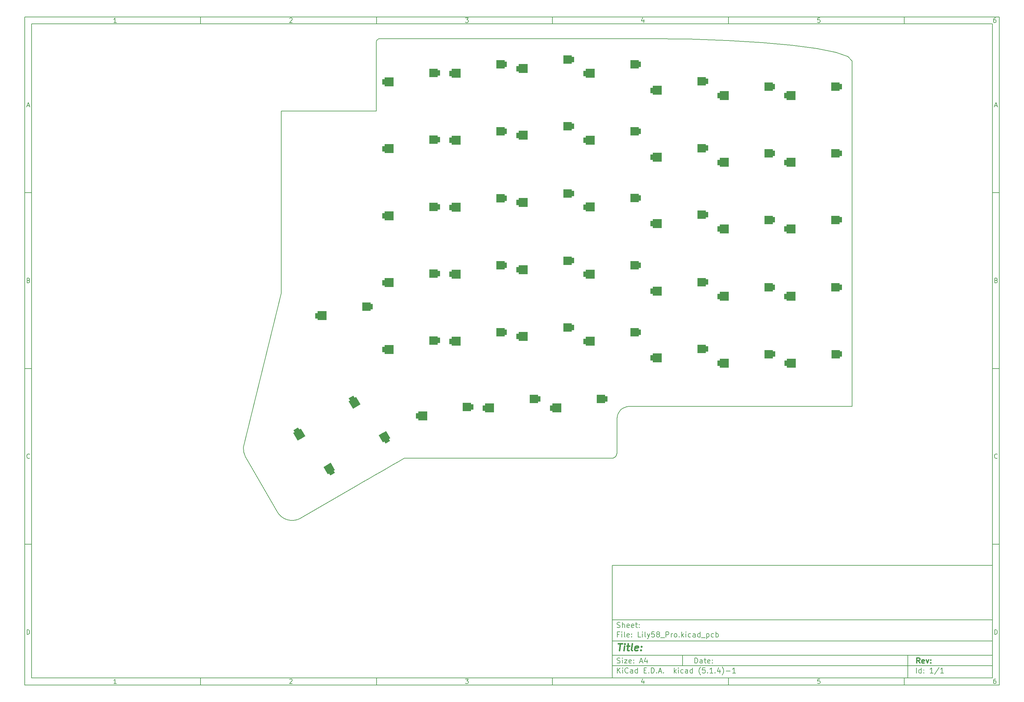
<source format=gbp>
G04 #@! TF.GenerationSoftware,KiCad,Pcbnew,(5.1.4)-1*
G04 #@! TF.CreationDate,2020-11-12T20:18:54+01:00*
G04 #@! TF.ProjectId,Lily58_Pro,4c696c79-3538-45f5-9072-6f2e6b696361,rev?*
G04 #@! TF.SameCoordinates,Original*
G04 #@! TF.FileFunction,Paste,Bot*
G04 #@! TF.FilePolarity,Positive*
%FSLAX46Y46*%
G04 Gerber Fmt 4.6, Leading zero omitted, Abs format (unit mm)*
G04 Created by KiCad (PCBNEW (5.1.4)-1) date 2020-11-12 20:18:54*
%MOMM*%
%LPD*%
G04 APERTURE LIST*
%ADD10C,0.100000*%
%ADD11C,0.150000*%
%ADD12C,0.300000*%
%ADD13C,0.400000*%
%ADD14C,0.200000*%
%ADD15C,2.400000*%
%ADD16C,2.500000*%
%ADD17C,0.700000*%
%ADD18R,2.400000X2.400000*%
%ADD19R,2.500000X2.500000*%
%ADD20R,0.700000X1.500000*%
G04 APERTURE END LIST*
D10*
D11*
X177002200Y-166007200D02*
X177002200Y-198007200D01*
X285002200Y-198007200D01*
X285002200Y-166007200D01*
X177002200Y-166007200D01*
D10*
D11*
X10000000Y-10000000D02*
X10000000Y-200007200D01*
X287002200Y-200007200D01*
X287002200Y-10000000D01*
X10000000Y-10000000D01*
D10*
D11*
X12000000Y-12000000D02*
X12000000Y-198007200D01*
X285002200Y-198007200D01*
X285002200Y-12000000D01*
X12000000Y-12000000D01*
D10*
D11*
X60000000Y-12000000D02*
X60000000Y-10000000D01*
D10*
D11*
X110000000Y-12000000D02*
X110000000Y-10000000D01*
D10*
D11*
X160000000Y-12000000D02*
X160000000Y-10000000D01*
D10*
D11*
X210000000Y-12000000D02*
X210000000Y-10000000D01*
D10*
D11*
X260000000Y-12000000D02*
X260000000Y-10000000D01*
D10*
D11*
X36065476Y-11588095D02*
X35322619Y-11588095D01*
X35694047Y-11588095D02*
X35694047Y-10288095D01*
X35570238Y-10473809D01*
X35446428Y-10597619D01*
X35322619Y-10659523D01*
D10*
D11*
X85322619Y-10411904D02*
X85384523Y-10350000D01*
X85508333Y-10288095D01*
X85817857Y-10288095D01*
X85941666Y-10350000D01*
X86003571Y-10411904D01*
X86065476Y-10535714D01*
X86065476Y-10659523D01*
X86003571Y-10845238D01*
X85260714Y-11588095D01*
X86065476Y-11588095D01*
D10*
D11*
X135260714Y-10288095D02*
X136065476Y-10288095D01*
X135632142Y-10783333D01*
X135817857Y-10783333D01*
X135941666Y-10845238D01*
X136003571Y-10907142D01*
X136065476Y-11030952D01*
X136065476Y-11340476D01*
X136003571Y-11464285D01*
X135941666Y-11526190D01*
X135817857Y-11588095D01*
X135446428Y-11588095D01*
X135322619Y-11526190D01*
X135260714Y-11464285D01*
D10*
D11*
X185941666Y-10721428D02*
X185941666Y-11588095D01*
X185632142Y-10226190D02*
X185322619Y-11154761D01*
X186127380Y-11154761D01*
D10*
D11*
X236003571Y-10288095D02*
X235384523Y-10288095D01*
X235322619Y-10907142D01*
X235384523Y-10845238D01*
X235508333Y-10783333D01*
X235817857Y-10783333D01*
X235941666Y-10845238D01*
X236003571Y-10907142D01*
X236065476Y-11030952D01*
X236065476Y-11340476D01*
X236003571Y-11464285D01*
X235941666Y-11526190D01*
X235817857Y-11588095D01*
X235508333Y-11588095D01*
X235384523Y-11526190D01*
X235322619Y-11464285D01*
D10*
D11*
X285941666Y-10288095D02*
X285694047Y-10288095D01*
X285570238Y-10350000D01*
X285508333Y-10411904D01*
X285384523Y-10597619D01*
X285322619Y-10845238D01*
X285322619Y-11340476D01*
X285384523Y-11464285D01*
X285446428Y-11526190D01*
X285570238Y-11588095D01*
X285817857Y-11588095D01*
X285941666Y-11526190D01*
X286003571Y-11464285D01*
X286065476Y-11340476D01*
X286065476Y-11030952D01*
X286003571Y-10907142D01*
X285941666Y-10845238D01*
X285817857Y-10783333D01*
X285570238Y-10783333D01*
X285446428Y-10845238D01*
X285384523Y-10907142D01*
X285322619Y-11030952D01*
D10*
D11*
X60000000Y-198007200D02*
X60000000Y-200007200D01*
D10*
D11*
X110000000Y-198007200D02*
X110000000Y-200007200D01*
D10*
D11*
X160000000Y-198007200D02*
X160000000Y-200007200D01*
D10*
D11*
X210000000Y-198007200D02*
X210000000Y-200007200D01*
D10*
D11*
X260000000Y-198007200D02*
X260000000Y-200007200D01*
D10*
D11*
X36065476Y-199595295D02*
X35322619Y-199595295D01*
X35694047Y-199595295D02*
X35694047Y-198295295D01*
X35570238Y-198481009D01*
X35446428Y-198604819D01*
X35322619Y-198666723D01*
D10*
D11*
X85322619Y-198419104D02*
X85384523Y-198357200D01*
X85508333Y-198295295D01*
X85817857Y-198295295D01*
X85941666Y-198357200D01*
X86003571Y-198419104D01*
X86065476Y-198542914D01*
X86065476Y-198666723D01*
X86003571Y-198852438D01*
X85260714Y-199595295D01*
X86065476Y-199595295D01*
D10*
D11*
X135260714Y-198295295D02*
X136065476Y-198295295D01*
X135632142Y-198790533D01*
X135817857Y-198790533D01*
X135941666Y-198852438D01*
X136003571Y-198914342D01*
X136065476Y-199038152D01*
X136065476Y-199347676D01*
X136003571Y-199471485D01*
X135941666Y-199533390D01*
X135817857Y-199595295D01*
X135446428Y-199595295D01*
X135322619Y-199533390D01*
X135260714Y-199471485D01*
D10*
D11*
X185941666Y-198728628D02*
X185941666Y-199595295D01*
X185632142Y-198233390D02*
X185322619Y-199161961D01*
X186127380Y-199161961D01*
D10*
D11*
X236003571Y-198295295D02*
X235384523Y-198295295D01*
X235322619Y-198914342D01*
X235384523Y-198852438D01*
X235508333Y-198790533D01*
X235817857Y-198790533D01*
X235941666Y-198852438D01*
X236003571Y-198914342D01*
X236065476Y-199038152D01*
X236065476Y-199347676D01*
X236003571Y-199471485D01*
X235941666Y-199533390D01*
X235817857Y-199595295D01*
X235508333Y-199595295D01*
X235384523Y-199533390D01*
X235322619Y-199471485D01*
D10*
D11*
X285941666Y-198295295D02*
X285694047Y-198295295D01*
X285570238Y-198357200D01*
X285508333Y-198419104D01*
X285384523Y-198604819D01*
X285322619Y-198852438D01*
X285322619Y-199347676D01*
X285384523Y-199471485D01*
X285446428Y-199533390D01*
X285570238Y-199595295D01*
X285817857Y-199595295D01*
X285941666Y-199533390D01*
X286003571Y-199471485D01*
X286065476Y-199347676D01*
X286065476Y-199038152D01*
X286003571Y-198914342D01*
X285941666Y-198852438D01*
X285817857Y-198790533D01*
X285570238Y-198790533D01*
X285446428Y-198852438D01*
X285384523Y-198914342D01*
X285322619Y-199038152D01*
D10*
D11*
X10000000Y-60000000D02*
X12000000Y-60000000D01*
D10*
D11*
X10000000Y-110000000D02*
X12000000Y-110000000D01*
D10*
D11*
X10000000Y-160000000D02*
X12000000Y-160000000D01*
D10*
D11*
X10690476Y-35216666D02*
X11309523Y-35216666D01*
X10566666Y-35588095D02*
X11000000Y-34288095D01*
X11433333Y-35588095D01*
D10*
D11*
X11092857Y-84907142D02*
X11278571Y-84969047D01*
X11340476Y-85030952D01*
X11402380Y-85154761D01*
X11402380Y-85340476D01*
X11340476Y-85464285D01*
X11278571Y-85526190D01*
X11154761Y-85588095D01*
X10659523Y-85588095D01*
X10659523Y-84288095D01*
X11092857Y-84288095D01*
X11216666Y-84350000D01*
X11278571Y-84411904D01*
X11340476Y-84535714D01*
X11340476Y-84659523D01*
X11278571Y-84783333D01*
X11216666Y-84845238D01*
X11092857Y-84907142D01*
X10659523Y-84907142D01*
D10*
D11*
X11402380Y-135464285D02*
X11340476Y-135526190D01*
X11154761Y-135588095D01*
X11030952Y-135588095D01*
X10845238Y-135526190D01*
X10721428Y-135402380D01*
X10659523Y-135278571D01*
X10597619Y-135030952D01*
X10597619Y-134845238D01*
X10659523Y-134597619D01*
X10721428Y-134473809D01*
X10845238Y-134350000D01*
X11030952Y-134288095D01*
X11154761Y-134288095D01*
X11340476Y-134350000D01*
X11402380Y-134411904D01*
D10*
D11*
X10659523Y-185588095D02*
X10659523Y-184288095D01*
X10969047Y-184288095D01*
X11154761Y-184350000D01*
X11278571Y-184473809D01*
X11340476Y-184597619D01*
X11402380Y-184845238D01*
X11402380Y-185030952D01*
X11340476Y-185278571D01*
X11278571Y-185402380D01*
X11154761Y-185526190D01*
X10969047Y-185588095D01*
X10659523Y-185588095D01*
D10*
D11*
X287002200Y-60000000D02*
X285002200Y-60000000D01*
D10*
D11*
X287002200Y-110000000D02*
X285002200Y-110000000D01*
D10*
D11*
X287002200Y-160000000D02*
X285002200Y-160000000D01*
D10*
D11*
X285692676Y-35216666D02*
X286311723Y-35216666D01*
X285568866Y-35588095D02*
X286002200Y-34288095D01*
X286435533Y-35588095D01*
D10*
D11*
X286095057Y-84907142D02*
X286280771Y-84969047D01*
X286342676Y-85030952D01*
X286404580Y-85154761D01*
X286404580Y-85340476D01*
X286342676Y-85464285D01*
X286280771Y-85526190D01*
X286156961Y-85588095D01*
X285661723Y-85588095D01*
X285661723Y-84288095D01*
X286095057Y-84288095D01*
X286218866Y-84350000D01*
X286280771Y-84411904D01*
X286342676Y-84535714D01*
X286342676Y-84659523D01*
X286280771Y-84783333D01*
X286218866Y-84845238D01*
X286095057Y-84907142D01*
X285661723Y-84907142D01*
D10*
D11*
X286404580Y-135464285D02*
X286342676Y-135526190D01*
X286156961Y-135588095D01*
X286033152Y-135588095D01*
X285847438Y-135526190D01*
X285723628Y-135402380D01*
X285661723Y-135278571D01*
X285599819Y-135030952D01*
X285599819Y-134845238D01*
X285661723Y-134597619D01*
X285723628Y-134473809D01*
X285847438Y-134350000D01*
X286033152Y-134288095D01*
X286156961Y-134288095D01*
X286342676Y-134350000D01*
X286404580Y-134411904D01*
D10*
D11*
X285661723Y-185588095D02*
X285661723Y-184288095D01*
X285971247Y-184288095D01*
X286156961Y-184350000D01*
X286280771Y-184473809D01*
X286342676Y-184597619D01*
X286404580Y-184845238D01*
X286404580Y-185030952D01*
X286342676Y-185278571D01*
X286280771Y-185402380D01*
X286156961Y-185526190D01*
X285971247Y-185588095D01*
X285661723Y-185588095D01*
D10*
D11*
X200434342Y-193785771D02*
X200434342Y-192285771D01*
X200791485Y-192285771D01*
X201005771Y-192357200D01*
X201148628Y-192500057D01*
X201220057Y-192642914D01*
X201291485Y-192928628D01*
X201291485Y-193142914D01*
X201220057Y-193428628D01*
X201148628Y-193571485D01*
X201005771Y-193714342D01*
X200791485Y-193785771D01*
X200434342Y-193785771D01*
X202577200Y-193785771D02*
X202577200Y-193000057D01*
X202505771Y-192857200D01*
X202362914Y-192785771D01*
X202077200Y-192785771D01*
X201934342Y-192857200D01*
X202577200Y-193714342D02*
X202434342Y-193785771D01*
X202077200Y-193785771D01*
X201934342Y-193714342D01*
X201862914Y-193571485D01*
X201862914Y-193428628D01*
X201934342Y-193285771D01*
X202077200Y-193214342D01*
X202434342Y-193214342D01*
X202577200Y-193142914D01*
X203077200Y-192785771D02*
X203648628Y-192785771D01*
X203291485Y-192285771D02*
X203291485Y-193571485D01*
X203362914Y-193714342D01*
X203505771Y-193785771D01*
X203648628Y-193785771D01*
X204720057Y-193714342D02*
X204577200Y-193785771D01*
X204291485Y-193785771D01*
X204148628Y-193714342D01*
X204077200Y-193571485D01*
X204077200Y-193000057D01*
X204148628Y-192857200D01*
X204291485Y-192785771D01*
X204577200Y-192785771D01*
X204720057Y-192857200D01*
X204791485Y-193000057D01*
X204791485Y-193142914D01*
X204077200Y-193285771D01*
X205434342Y-193642914D02*
X205505771Y-193714342D01*
X205434342Y-193785771D01*
X205362914Y-193714342D01*
X205434342Y-193642914D01*
X205434342Y-193785771D01*
X205434342Y-192857200D02*
X205505771Y-192928628D01*
X205434342Y-193000057D01*
X205362914Y-192928628D01*
X205434342Y-192857200D01*
X205434342Y-193000057D01*
D10*
D11*
X177002200Y-194507200D02*
X285002200Y-194507200D01*
D10*
D11*
X178434342Y-196585771D02*
X178434342Y-195085771D01*
X179291485Y-196585771D02*
X178648628Y-195728628D01*
X179291485Y-195085771D02*
X178434342Y-195942914D01*
X179934342Y-196585771D02*
X179934342Y-195585771D01*
X179934342Y-195085771D02*
X179862914Y-195157200D01*
X179934342Y-195228628D01*
X180005771Y-195157200D01*
X179934342Y-195085771D01*
X179934342Y-195228628D01*
X181505771Y-196442914D02*
X181434342Y-196514342D01*
X181220057Y-196585771D01*
X181077200Y-196585771D01*
X180862914Y-196514342D01*
X180720057Y-196371485D01*
X180648628Y-196228628D01*
X180577200Y-195942914D01*
X180577200Y-195728628D01*
X180648628Y-195442914D01*
X180720057Y-195300057D01*
X180862914Y-195157200D01*
X181077200Y-195085771D01*
X181220057Y-195085771D01*
X181434342Y-195157200D01*
X181505771Y-195228628D01*
X182791485Y-196585771D02*
X182791485Y-195800057D01*
X182720057Y-195657200D01*
X182577200Y-195585771D01*
X182291485Y-195585771D01*
X182148628Y-195657200D01*
X182791485Y-196514342D02*
X182648628Y-196585771D01*
X182291485Y-196585771D01*
X182148628Y-196514342D01*
X182077200Y-196371485D01*
X182077200Y-196228628D01*
X182148628Y-196085771D01*
X182291485Y-196014342D01*
X182648628Y-196014342D01*
X182791485Y-195942914D01*
X184148628Y-196585771D02*
X184148628Y-195085771D01*
X184148628Y-196514342D02*
X184005771Y-196585771D01*
X183720057Y-196585771D01*
X183577200Y-196514342D01*
X183505771Y-196442914D01*
X183434342Y-196300057D01*
X183434342Y-195871485D01*
X183505771Y-195728628D01*
X183577200Y-195657200D01*
X183720057Y-195585771D01*
X184005771Y-195585771D01*
X184148628Y-195657200D01*
X186005771Y-195800057D02*
X186505771Y-195800057D01*
X186720057Y-196585771D02*
X186005771Y-196585771D01*
X186005771Y-195085771D01*
X186720057Y-195085771D01*
X187362914Y-196442914D02*
X187434342Y-196514342D01*
X187362914Y-196585771D01*
X187291485Y-196514342D01*
X187362914Y-196442914D01*
X187362914Y-196585771D01*
X188077200Y-196585771D02*
X188077200Y-195085771D01*
X188434342Y-195085771D01*
X188648628Y-195157200D01*
X188791485Y-195300057D01*
X188862914Y-195442914D01*
X188934342Y-195728628D01*
X188934342Y-195942914D01*
X188862914Y-196228628D01*
X188791485Y-196371485D01*
X188648628Y-196514342D01*
X188434342Y-196585771D01*
X188077200Y-196585771D01*
X189577200Y-196442914D02*
X189648628Y-196514342D01*
X189577200Y-196585771D01*
X189505771Y-196514342D01*
X189577200Y-196442914D01*
X189577200Y-196585771D01*
X190220057Y-196157200D02*
X190934342Y-196157200D01*
X190077200Y-196585771D02*
X190577200Y-195085771D01*
X191077200Y-196585771D01*
X191577200Y-196442914D02*
X191648628Y-196514342D01*
X191577200Y-196585771D01*
X191505771Y-196514342D01*
X191577200Y-196442914D01*
X191577200Y-196585771D01*
X194577200Y-196585771D02*
X194577200Y-195085771D01*
X194720057Y-196014342D02*
X195148628Y-196585771D01*
X195148628Y-195585771D02*
X194577200Y-196157200D01*
X195791485Y-196585771D02*
X195791485Y-195585771D01*
X195791485Y-195085771D02*
X195720057Y-195157200D01*
X195791485Y-195228628D01*
X195862914Y-195157200D01*
X195791485Y-195085771D01*
X195791485Y-195228628D01*
X197148628Y-196514342D02*
X197005771Y-196585771D01*
X196720057Y-196585771D01*
X196577200Y-196514342D01*
X196505771Y-196442914D01*
X196434342Y-196300057D01*
X196434342Y-195871485D01*
X196505771Y-195728628D01*
X196577200Y-195657200D01*
X196720057Y-195585771D01*
X197005771Y-195585771D01*
X197148628Y-195657200D01*
X198434342Y-196585771D02*
X198434342Y-195800057D01*
X198362914Y-195657200D01*
X198220057Y-195585771D01*
X197934342Y-195585771D01*
X197791485Y-195657200D01*
X198434342Y-196514342D02*
X198291485Y-196585771D01*
X197934342Y-196585771D01*
X197791485Y-196514342D01*
X197720057Y-196371485D01*
X197720057Y-196228628D01*
X197791485Y-196085771D01*
X197934342Y-196014342D01*
X198291485Y-196014342D01*
X198434342Y-195942914D01*
X199791485Y-196585771D02*
X199791485Y-195085771D01*
X199791485Y-196514342D02*
X199648628Y-196585771D01*
X199362914Y-196585771D01*
X199220057Y-196514342D01*
X199148628Y-196442914D01*
X199077200Y-196300057D01*
X199077200Y-195871485D01*
X199148628Y-195728628D01*
X199220057Y-195657200D01*
X199362914Y-195585771D01*
X199648628Y-195585771D01*
X199791485Y-195657200D01*
X202077200Y-197157200D02*
X202005771Y-197085771D01*
X201862914Y-196871485D01*
X201791485Y-196728628D01*
X201720057Y-196514342D01*
X201648628Y-196157200D01*
X201648628Y-195871485D01*
X201720057Y-195514342D01*
X201791485Y-195300057D01*
X201862914Y-195157200D01*
X202005771Y-194942914D01*
X202077200Y-194871485D01*
X203362914Y-195085771D02*
X202648628Y-195085771D01*
X202577200Y-195800057D01*
X202648628Y-195728628D01*
X202791485Y-195657200D01*
X203148628Y-195657200D01*
X203291485Y-195728628D01*
X203362914Y-195800057D01*
X203434342Y-195942914D01*
X203434342Y-196300057D01*
X203362914Y-196442914D01*
X203291485Y-196514342D01*
X203148628Y-196585771D01*
X202791485Y-196585771D01*
X202648628Y-196514342D01*
X202577200Y-196442914D01*
X204077200Y-196442914D02*
X204148628Y-196514342D01*
X204077200Y-196585771D01*
X204005771Y-196514342D01*
X204077200Y-196442914D01*
X204077200Y-196585771D01*
X205577200Y-196585771D02*
X204720057Y-196585771D01*
X205148628Y-196585771D02*
X205148628Y-195085771D01*
X205005771Y-195300057D01*
X204862914Y-195442914D01*
X204720057Y-195514342D01*
X206220057Y-196442914D02*
X206291485Y-196514342D01*
X206220057Y-196585771D01*
X206148628Y-196514342D01*
X206220057Y-196442914D01*
X206220057Y-196585771D01*
X207577200Y-195585771D02*
X207577200Y-196585771D01*
X207220057Y-195014342D02*
X206862914Y-196085771D01*
X207791485Y-196085771D01*
X208220057Y-197157200D02*
X208291485Y-197085771D01*
X208434342Y-196871485D01*
X208505771Y-196728628D01*
X208577200Y-196514342D01*
X208648628Y-196157200D01*
X208648628Y-195871485D01*
X208577200Y-195514342D01*
X208505771Y-195300057D01*
X208434342Y-195157200D01*
X208291485Y-194942914D01*
X208220057Y-194871485D01*
X209362914Y-196014342D02*
X210505771Y-196014342D01*
X212005771Y-196585771D02*
X211148628Y-196585771D01*
X211577200Y-196585771D02*
X211577200Y-195085771D01*
X211434342Y-195300057D01*
X211291485Y-195442914D01*
X211148628Y-195514342D01*
D10*
D11*
X177002200Y-191507200D02*
X285002200Y-191507200D01*
D10*
D12*
X264411485Y-193785771D02*
X263911485Y-193071485D01*
X263554342Y-193785771D02*
X263554342Y-192285771D01*
X264125771Y-192285771D01*
X264268628Y-192357200D01*
X264340057Y-192428628D01*
X264411485Y-192571485D01*
X264411485Y-192785771D01*
X264340057Y-192928628D01*
X264268628Y-193000057D01*
X264125771Y-193071485D01*
X263554342Y-193071485D01*
X265625771Y-193714342D02*
X265482914Y-193785771D01*
X265197200Y-193785771D01*
X265054342Y-193714342D01*
X264982914Y-193571485D01*
X264982914Y-193000057D01*
X265054342Y-192857200D01*
X265197200Y-192785771D01*
X265482914Y-192785771D01*
X265625771Y-192857200D01*
X265697200Y-193000057D01*
X265697200Y-193142914D01*
X264982914Y-193285771D01*
X266197200Y-192785771D02*
X266554342Y-193785771D01*
X266911485Y-192785771D01*
X267482914Y-193642914D02*
X267554342Y-193714342D01*
X267482914Y-193785771D01*
X267411485Y-193714342D01*
X267482914Y-193642914D01*
X267482914Y-193785771D01*
X267482914Y-192857200D02*
X267554342Y-192928628D01*
X267482914Y-193000057D01*
X267411485Y-192928628D01*
X267482914Y-192857200D01*
X267482914Y-193000057D01*
D10*
D11*
X178362914Y-193714342D02*
X178577200Y-193785771D01*
X178934342Y-193785771D01*
X179077200Y-193714342D01*
X179148628Y-193642914D01*
X179220057Y-193500057D01*
X179220057Y-193357200D01*
X179148628Y-193214342D01*
X179077200Y-193142914D01*
X178934342Y-193071485D01*
X178648628Y-193000057D01*
X178505771Y-192928628D01*
X178434342Y-192857200D01*
X178362914Y-192714342D01*
X178362914Y-192571485D01*
X178434342Y-192428628D01*
X178505771Y-192357200D01*
X178648628Y-192285771D01*
X179005771Y-192285771D01*
X179220057Y-192357200D01*
X179862914Y-193785771D02*
X179862914Y-192785771D01*
X179862914Y-192285771D02*
X179791485Y-192357200D01*
X179862914Y-192428628D01*
X179934342Y-192357200D01*
X179862914Y-192285771D01*
X179862914Y-192428628D01*
X180434342Y-192785771D02*
X181220057Y-192785771D01*
X180434342Y-193785771D01*
X181220057Y-193785771D01*
X182362914Y-193714342D02*
X182220057Y-193785771D01*
X181934342Y-193785771D01*
X181791485Y-193714342D01*
X181720057Y-193571485D01*
X181720057Y-193000057D01*
X181791485Y-192857200D01*
X181934342Y-192785771D01*
X182220057Y-192785771D01*
X182362914Y-192857200D01*
X182434342Y-193000057D01*
X182434342Y-193142914D01*
X181720057Y-193285771D01*
X183077200Y-193642914D02*
X183148628Y-193714342D01*
X183077200Y-193785771D01*
X183005771Y-193714342D01*
X183077200Y-193642914D01*
X183077200Y-193785771D01*
X183077200Y-192857200D02*
X183148628Y-192928628D01*
X183077200Y-193000057D01*
X183005771Y-192928628D01*
X183077200Y-192857200D01*
X183077200Y-193000057D01*
X184862914Y-193357200D02*
X185577200Y-193357200D01*
X184720057Y-193785771D02*
X185220057Y-192285771D01*
X185720057Y-193785771D01*
X186862914Y-192785771D02*
X186862914Y-193785771D01*
X186505771Y-192214342D02*
X186148628Y-193285771D01*
X187077200Y-193285771D01*
D10*
D11*
X263434342Y-196585771D02*
X263434342Y-195085771D01*
X264791485Y-196585771D02*
X264791485Y-195085771D01*
X264791485Y-196514342D02*
X264648628Y-196585771D01*
X264362914Y-196585771D01*
X264220057Y-196514342D01*
X264148628Y-196442914D01*
X264077200Y-196300057D01*
X264077200Y-195871485D01*
X264148628Y-195728628D01*
X264220057Y-195657200D01*
X264362914Y-195585771D01*
X264648628Y-195585771D01*
X264791485Y-195657200D01*
X265505771Y-196442914D02*
X265577200Y-196514342D01*
X265505771Y-196585771D01*
X265434342Y-196514342D01*
X265505771Y-196442914D01*
X265505771Y-196585771D01*
X265505771Y-195657200D02*
X265577200Y-195728628D01*
X265505771Y-195800057D01*
X265434342Y-195728628D01*
X265505771Y-195657200D01*
X265505771Y-195800057D01*
X268148628Y-196585771D02*
X267291485Y-196585771D01*
X267720057Y-196585771D02*
X267720057Y-195085771D01*
X267577200Y-195300057D01*
X267434342Y-195442914D01*
X267291485Y-195514342D01*
X269862914Y-195014342D02*
X268577200Y-196942914D01*
X271148628Y-196585771D02*
X270291485Y-196585771D01*
X270720057Y-196585771D02*
X270720057Y-195085771D01*
X270577200Y-195300057D01*
X270434342Y-195442914D01*
X270291485Y-195514342D01*
D10*
D11*
X177002200Y-187507200D02*
X285002200Y-187507200D01*
D10*
D13*
X178714580Y-188211961D02*
X179857438Y-188211961D01*
X179036009Y-190211961D02*
X179286009Y-188211961D01*
X180274104Y-190211961D02*
X180440771Y-188878628D01*
X180524104Y-188211961D02*
X180416961Y-188307200D01*
X180500295Y-188402438D01*
X180607438Y-188307200D01*
X180524104Y-188211961D01*
X180500295Y-188402438D01*
X181107438Y-188878628D02*
X181869342Y-188878628D01*
X181476485Y-188211961D02*
X181262200Y-189926247D01*
X181333628Y-190116723D01*
X181512200Y-190211961D01*
X181702676Y-190211961D01*
X182655057Y-190211961D02*
X182476485Y-190116723D01*
X182405057Y-189926247D01*
X182619342Y-188211961D01*
X184190771Y-190116723D02*
X183988390Y-190211961D01*
X183607438Y-190211961D01*
X183428866Y-190116723D01*
X183357438Y-189926247D01*
X183452676Y-189164342D01*
X183571723Y-188973866D01*
X183774104Y-188878628D01*
X184155057Y-188878628D01*
X184333628Y-188973866D01*
X184405057Y-189164342D01*
X184381247Y-189354819D01*
X183405057Y-189545295D01*
X185155057Y-190021485D02*
X185238390Y-190116723D01*
X185131247Y-190211961D01*
X185047914Y-190116723D01*
X185155057Y-190021485D01*
X185131247Y-190211961D01*
X185286009Y-188973866D02*
X185369342Y-189069104D01*
X185262200Y-189164342D01*
X185178866Y-189069104D01*
X185286009Y-188973866D01*
X185262200Y-189164342D01*
D10*
D11*
X178934342Y-185600057D02*
X178434342Y-185600057D01*
X178434342Y-186385771D02*
X178434342Y-184885771D01*
X179148628Y-184885771D01*
X179720057Y-186385771D02*
X179720057Y-185385771D01*
X179720057Y-184885771D02*
X179648628Y-184957200D01*
X179720057Y-185028628D01*
X179791485Y-184957200D01*
X179720057Y-184885771D01*
X179720057Y-185028628D01*
X180648628Y-186385771D02*
X180505771Y-186314342D01*
X180434342Y-186171485D01*
X180434342Y-184885771D01*
X181791485Y-186314342D02*
X181648628Y-186385771D01*
X181362914Y-186385771D01*
X181220057Y-186314342D01*
X181148628Y-186171485D01*
X181148628Y-185600057D01*
X181220057Y-185457200D01*
X181362914Y-185385771D01*
X181648628Y-185385771D01*
X181791485Y-185457200D01*
X181862914Y-185600057D01*
X181862914Y-185742914D01*
X181148628Y-185885771D01*
X182505771Y-186242914D02*
X182577200Y-186314342D01*
X182505771Y-186385771D01*
X182434342Y-186314342D01*
X182505771Y-186242914D01*
X182505771Y-186385771D01*
X182505771Y-185457200D02*
X182577200Y-185528628D01*
X182505771Y-185600057D01*
X182434342Y-185528628D01*
X182505771Y-185457200D01*
X182505771Y-185600057D01*
X185077200Y-186385771D02*
X184362914Y-186385771D01*
X184362914Y-184885771D01*
X185577200Y-186385771D02*
X185577200Y-185385771D01*
X185577200Y-184885771D02*
X185505771Y-184957200D01*
X185577200Y-185028628D01*
X185648628Y-184957200D01*
X185577200Y-184885771D01*
X185577200Y-185028628D01*
X186505771Y-186385771D02*
X186362914Y-186314342D01*
X186291485Y-186171485D01*
X186291485Y-184885771D01*
X186934342Y-185385771D02*
X187291485Y-186385771D01*
X187648628Y-185385771D02*
X187291485Y-186385771D01*
X187148628Y-186742914D01*
X187077200Y-186814342D01*
X186934342Y-186885771D01*
X188934342Y-184885771D02*
X188220057Y-184885771D01*
X188148628Y-185600057D01*
X188220057Y-185528628D01*
X188362914Y-185457200D01*
X188720057Y-185457200D01*
X188862914Y-185528628D01*
X188934342Y-185600057D01*
X189005771Y-185742914D01*
X189005771Y-186100057D01*
X188934342Y-186242914D01*
X188862914Y-186314342D01*
X188720057Y-186385771D01*
X188362914Y-186385771D01*
X188220057Y-186314342D01*
X188148628Y-186242914D01*
X189862914Y-185528628D02*
X189720057Y-185457200D01*
X189648628Y-185385771D01*
X189577200Y-185242914D01*
X189577200Y-185171485D01*
X189648628Y-185028628D01*
X189720057Y-184957200D01*
X189862914Y-184885771D01*
X190148628Y-184885771D01*
X190291485Y-184957200D01*
X190362914Y-185028628D01*
X190434342Y-185171485D01*
X190434342Y-185242914D01*
X190362914Y-185385771D01*
X190291485Y-185457200D01*
X190148628Y-185528628D01*
X189862914Y-185528628D01*
X189720057Y-185600057D01*
X189648628Y-185671485D01*
X189577200Y-185814342D01*
X189577200Y-186100057D01*
X189648628Y-186242914D01*
X189720057Y-186314342D01*
X189862914Y-186385771D01*
X190148628Y-186385771D01*
X190291485Y-186314342D01*
X190362914Y-186242914D01*
X190434342Y-186100057D01*
X190434342Y-185814342D01*
X190362914Y-185671485D01*
X190291485Y-185600057D01*
X190148628Y-185528628D01*
X190720057Y-186528628D02*
X191862914Y-186528628D01*
X192220057Y-186385771D02*
X192220057Y-184885771D01*
X192791485Y-184885771D01*
X192934342Y-184957200D01*
X193005771Y-185028628D01*
X193077200Y-185171485D01*
X193077200Y-185385771D01*
X193005771Y-185528628D01*
X192934342Y-185600057D01*
X192791485Y-185671485D01*
X192220057Y-185671485D01*
X193720057Y-186385771D02*
X193720057Y-185385771D01*
X193720057Y-185671485D02*
X193791485Y-185528628D01*
X193862914Y-185457200D01*
X194005771Y-185385771D01*
X194148628Y-185385771D01*
X194862914Y-186385771D02*
X194720057Y-186314342D01*
X194648628Y-186242914D01*
X194577200Y-186100057D01*
X194577200Y-185671485D01*
X194648628Y-185528628D01*
X194720057Y-185457200D01*
X194862914Y-185385771D01*
X195077200Y-185385771D01*
X195220057Y-185457200D01*
X195291485Y-185528628D01*
X195362914Y-185671485D01*
X195362914Y-186100057D01*
X195291485Y-186242914D01*
X195220057Y-186314342D01*
X195077200Y-186385771D01*
X194862914Y-186385771D01*
X196005771Y-186242914D02*
X196077200Y-186314342D01*
X196005771Y-186385771D01*
X195934342Y-186314342D01*
X196005771Y-186242914D01*
X196005771Y-186385771D01*
X196720057Y-186385771D02*
X196720057Y-184885771D01*
X196862914Y-185814342D02*
X197291485Y-186385771D01*
X197291485Y-185385771D02*
X196720057Y-185957200D01*
X197934342Y-186385771D02*
X197934342Y-185385771D01*
X197934342Y-184885771D02*
X197862914Y-184957200D01*
X197934342Y-185028628D01*
X198005771Y-184957200D01*
X197934342Y-184885771D01*
X197934342Y-185028628D01*
X199291485Y-186314342D02*
X199148628Y-186385771D01*
X198862914Y-186385771D01*
X198720057Y-186314342D01*
X198648628Y-186242914D01*
X198577200Y-186100057D01*
X198577200Y-185671485D01*
X198648628Y-185528628D01*
X198720057Y-185457200D01*
X198862914Y-185385771D01*
X199148628Y-185385771D01*
X199291485Y-185457200D01*
X200577200Y-186385771D02*
X200577200Y-185600057D01*
X200505771Y-185457200D01*
X200362914Y-185385771D01*
X200077200Y-185385771D01*
X199934342Y-185457200D01*
X200577200Y-186314342D02*
X200434342Y-186385771D01*
X200077200Y-186385771D01*
X199934342Y-186314342D01*
X199862914Y-186171485D01*
X199862914Y-186028628D01*
X199934342Y-185885771D01*
X200077200Y-185814342D01*
X200434342Y-185814342D01*
X200577200Y-185742914D01*
X201934342Y-186385771D02*
X201934342Y-184885771D01*
X201934342Y-186314342D02*
X201791485Y-186385771D01*
X201505771Y-186385771D01*
X201362914Y-186314342D01*
X201291485Y-186242914D01*
X201220057Y-186100057D01*
X201220057Y-185671485D01*
X201291485Y-185528628D01*
X201362914Y-185457200D01*
X201505771Y-185385771D01*
X201791485Y-185385771D01*
X201934342Y-185457200D01*
X202291485Y-186528628D02*
X203434342Y-186528628D01*
X203791485Y-185385771D02*
X203791485Y-186885771D01*
X203791485Y-185457200D02*
X203934342Y-185385771D01*
X204220057Y-185385771D01*
X204362914Y-185457200D01*
X204434342Y-185528628D01*
X204505771Y-185671485D01*
X204505771Y-186100057D01*
X204434342Y-186242914D01*
X204362914Y-186314342D01*
X204220057Y-186385771D01*
X203934342Y-186385771D01*
X203791485Y-186314342D01*
X205791485Y-186314342D02*
X205648628Y-186385771D01*
X205362914Y-186385771D01*
X205220057Y-186314342D01*
X205148628Y-186242914D01*
X205077200Y-186100057D01*
X205077200Y-185671485D01*
X205148628Y-185528628D01*
X205220057Y-185457200D01*
X205362914Y-185385771D01*
X205648628Y-185385771D01*
X205791485Y-185457200D01*
X206434342Y-186385771D02*
X206434342Y-184885771D01*
X206434342Y-185457200D02*
X206577200Y-185385771D01*
X206862914Y-185385771D01*
X207005771Y-185457200D01*
X207077200Y-185528628D01*
X207148628Y-185671485D01*
X207148628Y-186100057D01*
X207077200Y-186242914D01*
X207005771Y-186314342D01*
X206862914Y-186385771D01*
X206577200Y-186385771D01*
X206434342Y-186314342D01*
D10*
D11*
X177002200Y-181507200D02*
X285002200Y-181507200D01*
D10*
D11*
X178362914Y-183614342D02*
X178577200Y-183685771D01*
X178934342Y-183685771D01*
X179077200Y-183614342D01*
X179148628Y-183542914D01*
X179220057Y-183400057D01*
X179220057Y-183257200D01*
X179148628Y-183114342D01*
X179077200Y-183042914D01*
X178934342Y-182971485D01*
X178648628Y-182900057D01*
X178505771Y-182828628D01*
X178434342Y-182757200D01*
X178362914Y-182614342D01*
X178362914Y-182471485D01*
X178434342Y-182328628D01*
X178505771Y-182257200D01*
X178648628Y-182185771D01*
X179005771Y-182185771D01*
X179220057Y-182257200D01*
X179862914Y-183685771D02*
X179862914Y-182185771D01*
X180505771Y-183685771D02*
X180505771Y-182900057D01*
X180434342Y-182757200D01*
X180291485Y-182685771D01*
X180077200Y-182685771D01*
X179934342Y-182757200D01*
X179862914Y-182828628D01*
X181791485Y-183614342D02*
X181648628Y-183685771D01*
X181362914Y-183685771D01*
X181220057Y-183614342D01*
X181148628Y-183471485D01*
X181148628Y-182900057D01*
X181220057Y-182757200D01*
X181362914Y-182685771D01*
X181648628Y-182685771D01*
X181791485Y-182757200D01*
X181862914Y-182900057D01*
X181862914Y-183042914D01*
X181148628Y-183185771D01*
X183077200Y-183614342D02*
X182934342Y-183685771D01*
X182648628Y-183685771D01*
X182505771Y-183614342D01*
X182434342Y-183471485D01*
X182434342Y-182900057D01*
X182505771Y-182757200D01*
X182648628Y-182685771D01*
X182934342Y-182685771D01*
X183077200Y-182757200D01*
X183148628Y-182900057D01*
X183148628Y-183042914D01*
X182434342Y-183185771D01*
X183577200Y-182685771D02*
X184148628Y-182685771D01*
X183791485Y-182185771D02*
X183791485Y-183471485D01*
X183862914Y-183614342D01*
X184005771Y-183685771D01*
X184148628Y-183685771D01*
X184648628Y-183542914D02*
X184720057Y-183614342D01*
X184648628Y-183685771D01*
X184577200Y-183614342D01*
X184648628Y-183542914D01*
X184648628Y-183685771D01*
X184648628Y-182757200D02*
X184720057Y-182828628D01*
X184648628Y-182900057D01*
X184577200Y-182828628D01*
X184648628Y-182757200D01*
X184648628Y-182900057D01*
D10*
D11*
X197002200Y-191507200D02*
X197002200Y-194507200D01*
D10*
D11*
X261002200Y-191507200D02*
X261002200Y-198007200D01*
X72674503Y-134960305D02*
G75*
G02X72175000Y-132325000I4376397J2194505D01*
G01*
X88345583Y-152620389D02*
G75*
G02X81699101Y-150634699I-2328483J4322489D01*
G01*
X72674503Y-134960305D02*
X81699101Y-150634699D01*
X104456758Y-143271756D02*
X88345583Y-152620389D01*
X245120000Y-120789735D02*
X245120000Y-22546755D01*
X223959999Y-120789735D02*
X245120000Y-120789735D01*
X109898210Y-36780000D02*
X109898210Y-17246762D01*
X82940000Y-36780000D02*
X109898210Y-36780000D01*
X82937528Y-38136762D02*
X82940000Y-36780000D01*
D14*
X240549319Y-20073847D02*
X235185697Y-18995159D01*
X235185697Y-18995159D02*
X228080758Y-18055561D01*
X116186619Y-136480784D02*
X117862313Y-135510645D01*
X114510925Y-137450923D02*
X116186619Y-136480784D01*
X82937528Y-50750629D02*
X82937528Y-44443695D01*
X82937528Y-57057562D02*
X82937528Y-50750629D01*
X142171711Y-16196762D02*
X131763877Y-16196762D01*
X218692418Y-120789735D02*
X223959999Y-120789735D01*
X213424836Y-120789735D02*
X218692418Y-120789735D01*
X208157255Y-120789735D02*
X213424836Y-120789735D01*
X202889673Y-120789735D02*
X208157255Y-120789735D01*
X197622092Y-120789735D02*
X202889673Y-120789735D01*
X192354511Y-120789735D02*
X197622092Y-120789735D01*
X187086929Y-120789735D02*
X192354511Y-120789735D01*
X181819348Y-120789735D02*
X187086929Y-120789735D01*
X181113524Y-120860778D02*
X181819348Y-120789735D01*
X180456326Y-121064561D02*
X181113524Y-120860778D01*
X179861773Y-121387065D02*
X180456326Y-121064561D01*
X179343884Y-121814271D02*
X179861773Y-121387065D01*
X178916678Y-122332160D02*
X179343884Y-121814271D01*
X178594174Y-122926713D02*
X178916678Y-122332160D01*
X178390391Y-123583911D02*
X178594174Y-122926713D01*
X178319348Y-124289735D02*
X178390391Y-123583911D01*
X219467654Y-17280488D02*
X209579538Y-16695374D01*
X228080758Y-18055561D02*
X219467654Y-17280488D01*
X198649563Y-16325654D02*
X186910881Y-16196762D01*
X209579538Y-16695374D02*
X198649563Y-16325654D01*
X177658308Y-135255660D02*
X177403500Y-135393876D01*
X177880261Y-135072571D02*
X177658308Y-135255660D01*
X178063349Y-134850619D02*
X177880261Y-135072571D01*
X178201565Y-134595810D02*
X178063349Y-134850619D01*
X178288901Y-134314154D02*
X178201565Y-134595810D01*
X178319348Y-134034052D02*
X178288901Y-134314154D01*
X82937528Y-69671429D02*
X82937528Y-63364495D01*
X82937528Y-75978362D02*
X82937528Y-69671429D01*
X82937528Y-82285296D02*
X82937528Y-75978362D01*
X82937528Y-88592229D02*
X82937528Y-82285296D01*
X131763877Y-16196762D02*
X121356044Y-16196762D01*
X152579545Y-16196762D02*
X142171711Y-16196762D01*
X162987379Y-16196762D02*
X152579545Y-16196762D01*
X173395213Y-16196762D02*
X162987379Y-16196762D01*
X186910881Y-16196762D02*
X173395213Y-16196762D01*
X110360937Y-16375961D02*
X110539303Y-16279210D01*
X110205570Y-16504123D02*
X110360937Y-16375961D01*
X110077409Y-16659489D02*
X110205570Y-16504123D01*
X109980657Y-16837855D02*
X110077409Y-16659489D01*
X109919523Y-17035015D02*
X109980657Y-16837855D01*
X109898210Y-17246762D02*
X109919523Y-17035015D01*
X110736462Y-16218075D02*
X110948210Y-16196762D01*
X110539303Y-16279210D02*
X110736462Y-16218075D01*
X121356044Y-16196762D02*
X110948210Y-16196762D01*
X82937528Y-63364495D02*
X82937528Y-57057562D01*
X82937528Y-44443695D02*
X82937528Y-38136762D01*
X82937777Y-88592317D02*
X72175000Y-132325000D01*
X112835230Y-138421062D02*
X114510925Y-137450923D01*
X111159536Y-139391201D02*
X112835230Y-138421062D01*
X109483841Y-140361340D02*
X111159536Y-139391201D01*
X107808147Y-141331479D02*
X109483841Y-140361340D01*
X106132452Y-142301617D02*
X107808147Y-141331479D01*
X104456758Y-143271756D02*
X106132452Y-142301617D01*
X169449826Y-135511658D02*
X176819348Y-135511658D01*
X162080304Y-135511658D02*
X169449826Y-135511658D01*
X154710782Y-135511658D02*
X162080304Y-135511658D01*
X147341260Y-135511658D02*
X154710782Y-135511658D01*
X139971738Y-135511658D02*
X147341260Y-135511658D01*
X132602217Y-135511658D02*
X139971738Y-135511658D01*
X125232695Y-135511658D02*
X132602217Y-135511658D01*
X117863173Y-135511658D02*
X125232695Y-135511658D01*
X178319348Y-132816013D02*
X178319348Y-134034052D01*
X178319348Y-131597973D02*
X178319348Y-132816013D01*
X178319348Y-130379933D02*
X178319348Y-131597973D01*
X178319348Y-129161894D02*
X178319348Y-130379933D01*
X178319348Y-127943854D02*
X178319348Y-129161894D01*
X178319348Y-126725814D02*
X178319348Y-127943854D01*
X178319348Y-125507775D02*
X178319348Y-126725814D01*
X178319348Y-124289735D02*
X178319348Y-125507775D01*
X177121844Y-135481211D02*
X176819348Y-135511658D01*
X177403500Y-135393876D02*
X177121844Y-135481211D01*
X243938471Y-21266190D02*
X240549319Y-20073847D01*
X245120000Y-22546755D02*
X243938471Y-21266190D01*
D15*
X96555809Y-138438745D03*
D10*
G36*
X98195039Y-138877975D02*
G01*
X96116579Y-140077975D01*
X94916579Y-137999515D01*
X96995039Y-136799515D01*
X98195039Y-138877975D01*
X98195039Y-138877975D01*
G37*
D16*
X88056105Y-128796825D03*
D10*
G36*
X89763637Y-129254357D02*
G01*
X87598573Y-130504357D01*
X86348573Y-128339293D01*
X88513637Y-127089293D01*
X89763637Y-129254357D01*
X89763637Y-129254357D01*
G37*
D17*
X97323130Y-139727783D03*
D10*
G36*
X96498611Y-139799674D02*
G01*
X97797649Y-139049674D01*
X98147649Y-139655892D01*
X96848611Y-140405892D01*
X96498611Y-139799674D01*
X96498611Y-139799674D01*
G37*
D17*
X87221464Y-127431184D03*
D10*
G36*
X86396945Y-127503075D02*
G01*
X87695983Y-126753075D01*
X88045983Y-127359293D01*
X86746945Y-128109293D01*
X86396945Y-127503075D01*
X86396945Y-127503075D01*
G37*
D18*
X240400000Y-29820000D03*
D19*
X227800000Y-32360000D03*
D20*
X241900000Y-29800000D03*
X226200000Y-32400000D03*
D18*
X240450000Y-105920000D03*
D19*
X227850000Y-108460000D03*
D20*
X241950000Y-105900000D03*
X226250000Y-108500000D03*
D18*
X240400000Y-86920000D03*
D19*
X227800000Y-89460000D03*
D20*
X241900000Y-86900000D03*
X226200000Y-89500000D03*
D18*
X240400000Y-67720000D03*
D19*
X227800000Y-70260000D03*
D20*
X241900000Y-67700000D03*
X226200000Y-70300000D03*
D18*
X240400000Y-48820000D03*
D19*
X227800000Y-51360000D03*
D20*
X241900000Y-48800000D03*
X226200000Y-51400000D03*
D18*
X221400000Y-48820000D03*
D19*
X208800000Y-51360000D03*
D20*
X222900000Y-48800000D03*
X207200000Y-51400000D03*
D18*
X221400000Y-29820000D03*
D19*
X208800000Y-32360000D03*
D20*
X222900000Y-29800000D03*
X207200000Y-32400000D03*
D18*
X202400000Y-28320000D03*
D19*
X189800000Y-30860000D03*
D20*
X203900000Y-28300000D03*
X188200000Y-30900000D03*
D18*
X183300000Y-23520000D03*
D19*
X170700000Y-26060000D03*
D20*
X184800000Y-23500000D03*
X169100000Y-26100000D03*
D18*
X164300000Y-22130000D03*
D19*
X151700000Y-24670000D03*
D20*
X165800000Y-22110000D03*
X150100000Y-24710000D03*
D18*
X145200000Y-23520000D03*
D19*
X132600000Y-26060000D03*
D20*
X146700000Y-23500000D03*
X131000000Y-26100000D03*
D18*
X126190000Y-25920000D03*
D19*
X113590000Y-28460000D03*
D20*
X127690000Y-25900000D03*
X111990000Y-28500000D03*
D18*
X202400000Y-66220000D03*
D19*
X189800000Y-68760000D03*
D20*
X203900000Y-66200000D03*
X188200000Y-68800000D03*
D18*
X154700000Y-118670000D03*
D19*
X142100000Y-121210000D03*
D20*
X156200000Y-118650000D03*
X140500000Y-121250000D03*
D18*
X202400000Y-85420000D03*
D19*
X189800000Y-87960000D03*
D20*
X203900000Y-85400000D03*
X188200000Y-88000000D03*
D18*
X202400000Y-47320000D03*
D19*
X189800000Y-49860000D03*
D20*
X203900000Y-47300000D03*
X188200000Y-49900000D03*
D18*
X183300000Y-42520000D03*
D19*
X170700000Y-45060000D03*
D20*
X184800000Y-42500000D03*
X169100000Y-45100000D03*
D18*
X145200000Y-42520000D03*
D19*
X132600000Y-45060000D03*
D20*
X146700000Y-42500000D03*
X131000000Y-45100000D03*
D15*
X112249409Y-129396345D03*
D10*
G36*
X113888639Y-129835575D02*
G01*
X111810179Y-131035575D01*
X110610179Y-128957115D01*
X112688639Y-127757115D01*
X113888639Y-129835575D01*
X113888639Y-129835575D01*
G37*
D16*
X103749705Y-119754425D03*
D10*
G36*
X105457237Y-120211957D02*
G01*
X103292173Y-121461957D01*
X102042173Y-119296893D01*
X104207237Y-118046893D01*
X105457237Y-120211957D01*
X105457237Y-120211957D01*
G37*
D17*
X113016730Y-130685383D03*
D10*
G36*
X112192211Y-130757274D02*
G01*
X113491249Y-130007274D01*
X113841249Y-130613492D01*
X112542211Y-131363492D01*
X112192211Y-130757274D01*
X112192211Y-130757274D01*
G37*
D17*
X102915064Y-118388784D03*
D10*
G36*
X102090545Y-118460675D02*
G01*
X103389583Y-117710675D01*
X103739583Y-118316893D01*
X102440545Y-119066893D01*
X102090545Y-118460675D01*
X102090545Y-118460675D01*
G37*
D18*
X173800000Y-118670000D03*
D19*
X161200000Y-121210000D03*
D20*
X175300000Y-118650000D03*
X159600000Y-121250000D03*
D18*
X135700000Y-120920000D03*
D19*
X123100000Y-123460000D03*
D20*
X137200000Y-120900000D03*
X121500000Y-123500000D03*
D18*
X107100000Y-92420000D03*
D19*
X94500000Y-94960000D03*
D20*
X108600000Y-92400000D03*
X92900000Y-95000000D03*
D18*
X221450000Y-105920000D03*
D19*
X208850000Y-108460000D03*
D20*
X222950000Y-105900000D03*
X207250000Y-108500000D03*
D18*
X202400000Y-104420000D03*
D19*
X189800000Y-106960000D03*
D20*
X203900000Y-104400000D03*
X188200000Y-107000000D03*
D18*
X183300000Y-99720000D03*
D19*
X170700000Y-102260000D03*
D20*
X184800000Y-99700000D03*
X169100000Y-102300000D03*
D18*
X164300000Y-98320000D03*
D19*
X151700000Y-100860000D03*
D20*
X165800000Y-98300000D03*
X150100000Y-100900000D03*
D18*
X145200000Y-99720000D03*
D19*
X132600000Y-102260000D03*
D20*
X146700000Y-99700000D03*
X131000000Y-102300000D03*
D18*
X126200000Y-102020000D03*
D19*
X113600000Y-104560000D03*
D20*
X127700000Y-102000000D03*
X112000000Y-104600000D03*
D18*
X221400000Y-86920000D03*
D19*
X208800000Y-89460000D03*
D20*
X222900000Y-86900000D03*
X207200000Y-89500000D03*
D18*
X183300000Y-80620000D03*
D19*
X170700000Y-83160000D03*
D20*
X184800000Y-80600000D03*
X169100000Y-83200000D03*
D18*
X164300000Y-79320000D03*
D19*
X151700000Y-81860000D03*
D20*
X165800000Y-79300000D03*
X150100000Y-81900000D03*
D18*
X145200000Y-80620000D03*
D19*
X132600000Y-83160000D03*
D20*
X146700000Y-80600000D03*
X131000000Y-83200000D03*
D18*
X126200000Y-83020000D03*
D19*
X113600000Y-85560000D03*
D20*
X127700000Y-83000000D03*
X112000000Y-85600000D03*
D18*
X221400000Y-67720000D03*
D19*
X208800000Y-70260000D03*
D20*
X222900000Y-67700000D03*
X207200000Y-70300000D03*
D18*
X183300000Y-61520000D03*
D19*
X170700000Y-64060000D03*
D20*
X184800000Y-61500000D03*
X169100000Y-64100000D03*
D18*
X164300000Y-60220000D03*
D19*
X151700000Y-62760000D03*
D20*
X165800000Y-60200000D03*
X150100000Y-62800000D03*
D18*
X145200000Y-61620000D03*
D19*
X132600000Y-64160000D03*
D20*
X146700000Y-61600000D03*
X131000000Y-64200000D03*
D18*
X126200000Y-64020000D03*
D19*
X113600000Y-66560000D03*
D20*
X127700000Y-64000000D03*
X112000000Y-66600000D03*
D18*
X164300000Y-41130000D03*
D19*
X151700000Y-43670000D03*
D20*
X165800000Y-41110000D03*
X150100000Y-43710000D03*
D18*
X126200000Y-44920000D03*
D19*
X113600000Y-47460000D03*
D20*
X127700000Y-44900000D03*
X112000000Y-47500000D03*
M02*

</source>
